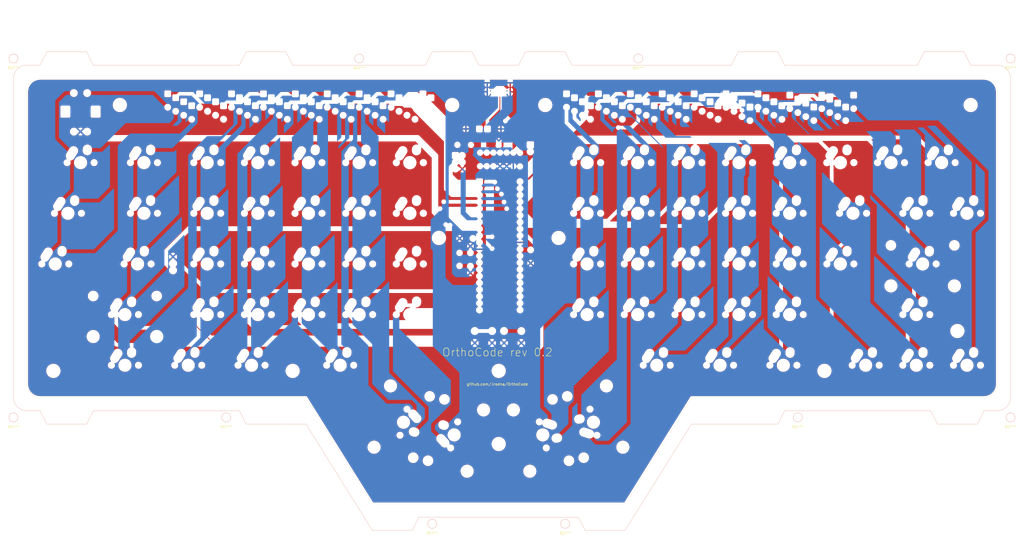
<source format=kicad_pcb>
(kicad_pcb (version 20171130) (host pcbnew 5.1.6-c6e7f7d~87~ubuntu18.04.1)
  (layers (0 F.Cu signal) (31 B.Cu signal) (34 B.Paste user hide) (35 F.Paste user) (36 B.SilkS user) (37 F.SilkS user hide) (38 B.Mask user hide) (39 F.Mask user hide) (44 Edge.Cuts user hide))
  (net 0 "")
  (net 1 GND)
  (module "standoff hole" (layer F.Cu) (at 100 162.5)
    (fp_text reference REF** (at 0 3.6) (layer F.SilkS))
    (fp_text value "standoff hole")
    (fp_circle (center 0 0) (end 1.7 0) (layer B.SilkS) (width 0.15))
  )
  (module "standoff hole" (layer F.Cu) (at 315 162.5)
    (fp_text reference REF** (at 0 3.6) (layer F.SilkS))
    (fp_text value "standoff hole")
    (fp_circle (center 0 0) (end 1.7 0) (layer B.SilkS) (width 0.15))
  )
  (module "standoff hole" (layer F.Cu) (at 255 27.5)
    (fp_text reference REF** (at 0 3.6) (layer F.SilkS))
    (fp_text value "standoff hole")
    (fp_circle (center 0 0) (end 1.7 0) (layer B.SilkS) (width 0.15))
  )
  (module "standoff hole" (layer F.Cu) (at 150 27.5)
    (fp_text reference REF** (at 0 3.6) (layer F.SilkS))
    (fp_text value "standoff hole")
    (fp_circle (center 0 0) (end 1.7 0) (layer B.SilkS) (width 0.15))
  )
  (module "standoff hole" (layer F.Cu) (at 395 27.5)
    (fp_text reference REF** (at 0 3.6) (layer F.SilkS))
    (fp_text value "standoff hole")
    (fp_circle (center 0 0) (end 1.7 0) (layer B.SilkS) (width 0.15))
  )
  (module "standoff hole" (layer F.Cu) (at 395 162.5)
    (fp_text reference REF** (at 0 3.6) (layer F.SilkS))
    (fp_text value "standoff hole")
    (fp_circle (center 0 0) (end 1.7 0) (layer B.SilkS) (width 0.15))
  )
  (module "standoff hole" (layer F.Cu) (at 227.5 202.5)
    (fp_text reference REF** (at 0 3.6) (layer F.SilkS))
    (fp_text value "standoff hole")
    (fp_circle (center 0 0) (end 1.7 0) (layer B.SilkS) (width 0.15))
  )
  (module "standoff hole" (layer F.Cu) (at 177.5 202.5)
    (fp_text reference REF** (at 0 3.6) (layer F.SilkS))
    (fp_text value "standoff hole")
    (fp_circle (center 0 0) (end 1.7 0) (layer B.SilkS) (width 0.15))
  )
  (module "standoff hole" (layer F.Cu) (at 20 162.5)
    (fp_text reference REF** (at 0 3.6) (layer F.SilkS))
    (fp_text value "standoff hole")
    (fp_circle (center 0 0) (end 1.7 0) (layer B.SilkS) (width 0.15))
  )
  (module "standoff hole" (layer F.Cu) (at 20 27.5)
    (fp_text reference REF** (at 0 3.6) (layer F.SilkS))
    (fp_text value "standoff hole")
    (fp_circle (center 0 0) (end 1.7 0) (layer B.SilkS) (width 0.15))
  )
  (module cftkb:MountingHole_2.2mm_M2_Pad (layer F.Cu) (at 300 160)
    (fp_text reference REF**)
    (fp_text value MountingHole_2.2mm_M2_Pad)
  )
  (module cftkb:MountingHole_2.2mm_M2_Pad (layer F.Cu) (at 375 160)
    (fp_text reference REF**)
    (fp_text value MountingHole_2.2mm_M2_Pad)
  )
  (module cftkb:MountingHole_2.2mm_M2_Pad (layer F.Cu) (at 370 30)
    (fp_text reference REF**)
    (fp_text value MountingHole_2.2mm_M2_Pad)
  )
  (module cftkb:MountingHole_2.2mm_M2_Pad (layer F.Cu) (at 300 30)
    (fp_text reference REF**)
    (fp_text value MountingHole_2.2mm_M2_Pad)
  )
  (module cftkb:MountingHole_2.2mm_M2_Pad (layer F.Cu) (at 242.5 200)
    (fp_text reference REF**)
    (fp_text value MountingHole_2.2mm_M2_Pad)
  )
  (module cftkb:MountingHole_2.2mm_M2_Pad (layer F.Cu) (at 162.5 200)
    (fp_text reference REF**)
    (fp_text value MountingHole_2.2mm_M2_Pad)
  )
  (module cftkb:MountingHole_2.2mm_M2_Pad (layer F.Cu) (at 115 160)
    (fp_text reference REF**)
    (fp_text value MountingHole_2.2mm_M2_Pad)
  )
  (module cftkb:MountingHole_2.2mm_M2_Pad (layer F.Cu) (at 40 160)
    (fp_text reference REF**)
    (fp_text value MountingHole_2.2mm_M2_Pad)
  )
  (module cftkb:MountingHole_2.2mm_M2_Pad (layer F.Cu) (at 40 30)
    (fp_text reference REF**)
    (fp_text value MountingHole_2.2mm_M2_Pad)
  )
  (module cftkb:MountingHole_2.2mm_M2_Pad (layer F.Cu) (at 115 30)
    (fp_text reference REF**)
    (fp_text value MountingHole_2.2mm_M2_Pad)
  )
  (module cftkb:MountingHole_2.2mm_M2_Pad (layer F.Cu) (at 185 30)
    (fp_text reference REF**)
    (fp_text value MountingHole_2.2mm_M2_Pad)
  )
  (module cftkb:MountingHole_2.2mm_M2_Pad (layer F.Cu) (at 220 30)
    (fp_text reference REF**)
    (fp_text value MountingHole_2.2mm_M2_Pad)
  )
  (gr_line (start 30 160) (end 32.5 165) (layer B.SilkS) (width 0.12))
  (gr_line (start 25 160) (end 30 160) (layer B.SilkS) (width 0.12))
  (gr_line (start 20 35) (end 20 155) (layer B.SilkS) (width 0.12))
  (gr_line (start 30 30) (end 25 30) (layer B.SilkS) (width 0.12))
  (gr_line (start 32.5 25) (end 30 30) (layer B.SilkS) (width 0.12))
  (gr_line (start 47.5 25) (end 32.5 25) (layer B.SilkS) (width 0.12))
  (gr_line (start 50 30) (end 47.5 25) (layer B.SilkS) (width 0.12))
  (gr_line (start 105 30) (end 50 30) (layer B.SilkS) (width 0.12))
  (gr_line (start 107.5 25) (end 105 30) (layer B.SilkS) (width 0.12))
  (gr_line (start 122.5 25) (end 107.5 25) (layer B.SilkS) (width 0.12))
  (gr_line (start 125 30) (end 122.5 25) (layer B.SilkS) (width 0.12))
  (gr_line (start 175 30) (end 125 30) (layer B.SilkS) (width 0.12))
  (gr_line (start 177.5 25) (end 175 30) (layer B.SilkS) (width 0.12))
  (gr_line (start 192.5 25) (end 177.5 25) (layer B.SilkS) (width 0.12))
  (gr_line (start 195 30) (end 192.5 25) (layer B.SilkS) (width 0.12))
  (gr_line (start 210 30) (end 195 30) (layer B.SilkS) (width 0.12))
  (gr_line (start 212.5 25) (end 210 30) (layer B.SilkS) (width 0.12))
  (gr_line (start 227.5 25) (end 212.5 25) (layer B.SilkS) (width 0.12))
  (gr_line (start 230 30) (end 227.5 25) (layer B.SilkS) (width 0.12))
  (gr_line (start 290 30) (end 230 30) (layer B.SilkS) (width 0.12))
  (gr_line (start 292.5 25) (end 290 30) (layer B.SilkS) (width 0.12))
  (gr_line (start 307.5 25) (end 292.5 25) (layer B.SilkS) (width 0.12))
  (gr_line (start 310 30) (end 307.5 25) (layer B.SilkS) (width 0.12))
  (gr_line (start 360 30) (end 310 30) (layer B.SilkS) (width 0.12))
  (gr_line (start 362.5 25) (end 360 30) (layer B.SilkS) (width 0.12))
  (gr_line (start 377.5 25) (end 362.5 25) (layer B.SilkS) (width 0.12))
  (gr_line (start 380 30) (end 377.5 25) (layer B.SilkS) (width 0.12))
  (gr_line (start 390 30) (end 380 30) (layer B.SilkS) (width 0.12))
  (gr_line (start 395 155) (end 395 35) (layer B.SilkS) (width 0.12))
  (gr_arc (start 25 155) (end 20 155) (angle -90) (layer B.SilkS) (width 0.12))
  (gr_arc (start 25 35) (end 25 30) (angle -90) (layer B.SilkS) (width 0.12))
  (gr_arc (start 390 35) (end 395 35) (angle -90) (layer B.SilkS) (width 0.12))
  (gr_line (start 385 160) (end 390 160) (layer B.SilkS) (width 0.12))
  (gr_arc (start 390 155) (end 390 160) (angle -90) (layer B.SilkS) (width 0.12))
  (gr_line (start 382.5 165) (end 385 160) (layer B.SilkS) (width 0.12))
  (gr_line (start 367.5 165) (end 382.5 165) (layer B.SilkS) (width 0.12))
  (gr_line (start 365 160) (end 367.5 165) (layer B.SilkS) (width 0.12))
  (gr_line (start 310 160) (end 365 160) (layer B.SilkS) (width 0.12))
  (gr_line (start 307.5 165) (end 310 160) (layer B.SilkS) (width 0.12))
  (gr_line (start 275 165) (end 307.5 165) (layer B.SilkS) (width 0.12))
  (gr_line (start 250 205) (end 275 165) (layer B.SilkS) (width 0.12))
  (gr_line (start 235 205) (end 250 205) (layer B.SilkS) (width 0.12))
  (gr_line (start 232.5 200) (end 235 205) (layer B.SilkS) (width 0.12))
  (gr_line (start 172.5 200) (end 232.5 200) (layer B.SilkS) (width 0.12))
  (gr_line (start 170 205) (end 172.5 200) (layer B.SilkS) (width 0.12))
  (gr_line (start 155 205) (end 170 205) (layer B.SilkS) (width 0.12))
  (gr_line (start 130 165) (end 155 205) (layer B.SilkS) (width 0.12))
  (gr_line (start 122.5 165) (end 130 165) (layer B.SilkS) (width 0.12))
  (gr_line (start 107.5 165) (end 122.5 165) (layer B.SilkS) (width 0.12))
  (gr_line (start 105 160) (end 107.5 165) (layer B.SilkS) (width 0.12))
  (gr_line (start 50 160) (end 105 160) (layer B.SilkS) (width 0.12))
  (gr_line (start 47.5 165) (end 50 160) (layer B.SilkS) (width 0.12))
  (gr_line (start 32.5 165) (end 47.5 165) (layer B.SilkS) (width 0.12))
  (gr_line (start 130 155) (end 65 155) (layer Edge.Cuts) (width 0.05))
  (gr_line (start 155 195) (end 130 155) (layer Edge.Cuts) (width 0.05))
  (gr_line (start 170 195) (end 155 195) (layer Edge.Cuts) (width 0.05))
  (gr_line (start 275 155) (end 340 155) (layer Edge.Cuts) (width 0.05))
  (gr_line (start 250 195) (end 275 155) (layer Edge.Cuts) (width 0.05))
  (gr_line (start 235 195) (end 250 195) (layer Edge.Cuts) (width 0.05))
  (gr_line (start 170 195) (end 235 195) (layer Edge.Cuts) (width 0.05))
  (gr_line (start 65 155) (end 30 155) (layer Edge.Cuts) (width 0.05))
  (gr_line (start 385 155) (end 340 155) (layer Edge.Cuts) (width 0.05))
  (gr_line (start 25 135) (end 25 150) (layer Edge.Cuts) (width 0.05))
  (gr_arc (start 30 150) (end 25 150) (angle -90) (layer Edge.Cuts) (width 0.05))
  (gr_line (start 390 40) (end 390 150) (layer Edge.Cuts) (width 0.05))
  (gr_line (start 25 40) (end 25 135) (layer Edge.Cuts) (width 0.05))
  (gr_line (start 35 35) (end 30 35) (layer Edge.Cuts) (width 0.05))
  (gr_arc (start 30 40) (end 30 35) (angle -90) (layer Edge.Cuts) (width 0.05))
  (gr_line (start 380 35) (end 385 35) (layer Edge.Cuts) (width 0.05))
  (gr_arc (start 385 40) (end 390 40) (angle -90) (layer Edge.Cuts) (width 0.05))
  (gr_arc (start 385 150) (end 385 155) (angle -90) (layer Edge.Cuts) (width 0.05))
  (gr_line (start 380 35) (end 35 35) (layer Edge.Cuts) (width 0.05))
  (gr_text github.com/Jrodna/OrthoCode (at 202 150) (layer F.SilkS) (effects (font (size 1 1))))
  (gr_text "OrthoCode rev 0.2" (at 202 138) (layer F.SilkS) (effects (font (size 3 3) (thickness 0.2))))
  (zone (net 1) (net_name GND) (layer F.Cu) (connect_pads (clearance 0.508)) (min_thickness 0.254) (fill yes (arc_segments 32) (thermal_gap 0.508) (thermal_bridge_width 0.508))
    (polygon (pts (xy 390 155) (xy 275 155) (xy 250 195) (xy 155 195) (xy 130 155) (xy 25 155) (xy 25 35) (xy 390 35)))
  )
  (zone (net 1) (net_name GND) (layer B.Cu) (connect_pads (clearance 0.508)) (min_thickness 0.254) (fill yes (arc_segments 32) (thermal_gap 0.508) (thermal_bridge_width 0.508))
    (polygon (pts (xy 390 155) (xy 275 155) (xy 250 195) (xy 155 195) (xy 130 155) (xy 25 155) (xy 25 35) (xy 390 35)))
  )
)
</source>
